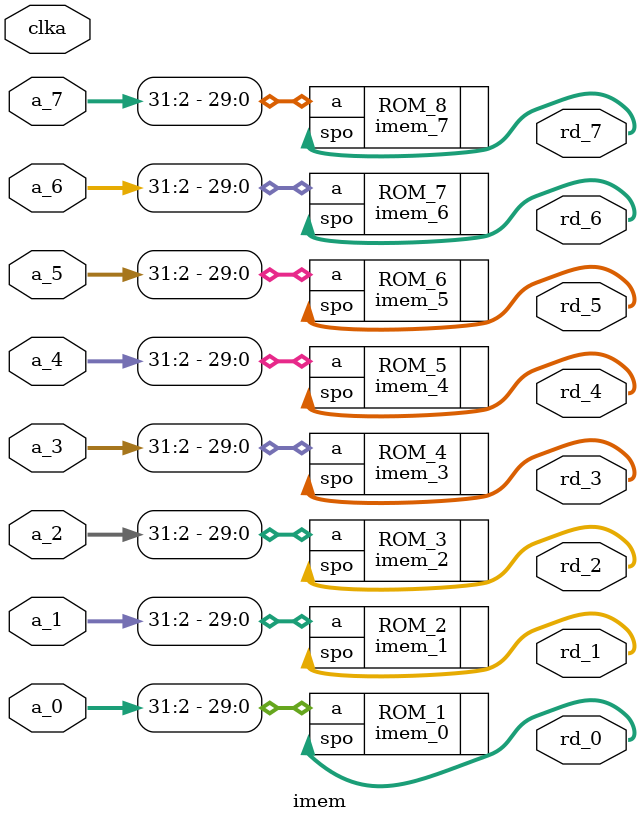
<source format=v>
(* dont_touch = "true" *) module imem (
  input         clka,  // 时钟
  input  [31:0] a_0,     // 字节地址（来自 PC）
  output [31:0] rd_0,     // 读出指令字
  input  [31:0] a_1,     // 字节地址（来自 PC）
  output [31:0] rd_1,      // 读出指令字
  input  [31:0] a_2,     // 字节地址（来自 PC）
  output [31:0] rd_2,      // 读出指令字
  input  [31:0] a_3,     // 字节地址（来自 PC）
  output [31:0] rd_3,      // 读出指令字
  input  [31:0] a_4,     // 字节地址（来自 PC）
  output [31:0] rd_4,      // 读出指令字
  input  [31:0] a_5,     // 字节地址（来自 PC）
  output [31:0] rd_5,      // 读出指令字
  input  [31:0] a_6,     // 字节地址（来自 PC）
  output [31:0] rd_6,      // 读出指令字
  input  [31:0] a_7,     // 字节地址（来自 PC）
  output [31:0] rd_7       // 读出指令
);
  // rom ROM (
  //   .clka (clka),
  //   .addra(a[31:2]),
  //   .douta(rd)
  // );
  imem_0 ROM_1 (
    .a  (a_0[31:2]),  // input wire [6 : 0] a
    .spo(rd_0)        // output wire [31 : 0] spo
  );

  imem_1 ROM_2 (
    .a  (a_1[31:2]),  // input wire [6 : 0] a
    .spo(rd_1)        // output wire [31 : 0] spo
  );

  imem_2 ROM_3 (
    .a  (a_2[31:2]),  // input wire [6 : 0] a
    .spo(rd_2)        // output wire [31 : 0] spo
  );

  imem_3 ROM_4 (
    .a  (a_3[31:2]),  // input wire [6 : 0] a
    .spo(rd_3)        // output wire [31 : 0] spo
  );

  imem_4 ROM_5 (
    .a  (a_4[31:2]),  // input wire [6 : 0] a
    .spo(rd_4)        // output wire [31 : 0] spo
  );

  imem_5 ROM_6 (
    .a  (a_5[31:2]),  // input wire [6 : 0] a
    .spo(rd_5)        // output wire [31 : 0] spo
  );

  imem_6 ROM_7 (
    .a  (a_6[31:2]),  // input wire [6 : 0] a
    .spo(rd_6)        // output wire [31 : 0] spo
  );

  imem_7 ROM_8 (
    .a  (a_7[31:2]),  // input wire [6 : 0] a
    .spo(rd_7)        // output wire [31 : 0] spo
  );
  // --------------------------------------------------------------------
  // 64 × 32-bit 只读存储器；Synth 时综合工具会将 initial 数据固化到 ROM。
  // --------------------------------------------------------------------
  // reg [31:0] ROM[0:63];

  // --------------------------------------------------------------------
  // 初始化：仿真启动时把 “memfile.dat” 中的十六进制指令加载进 ROM。
  //   • 每行写一个 32-bit 十六进制数（不带 0x），见前文示例 prog.hex。
  // --------------------------------------------------------------------
  // initial begin
  //   $readmemh("memfile.mem", ROM);
  // end

  // --------------------------------------------------------------------
  // 异步读：地址变化立即输出，对应硬件为 “组合查表”。
  // 字对齐 → 舍弃最低 2 位（字节地址 → 字地址）
  // --------------------------------------------------------------------
  // assign rd = ROM[a[31:2]];

endmodule

</source>
